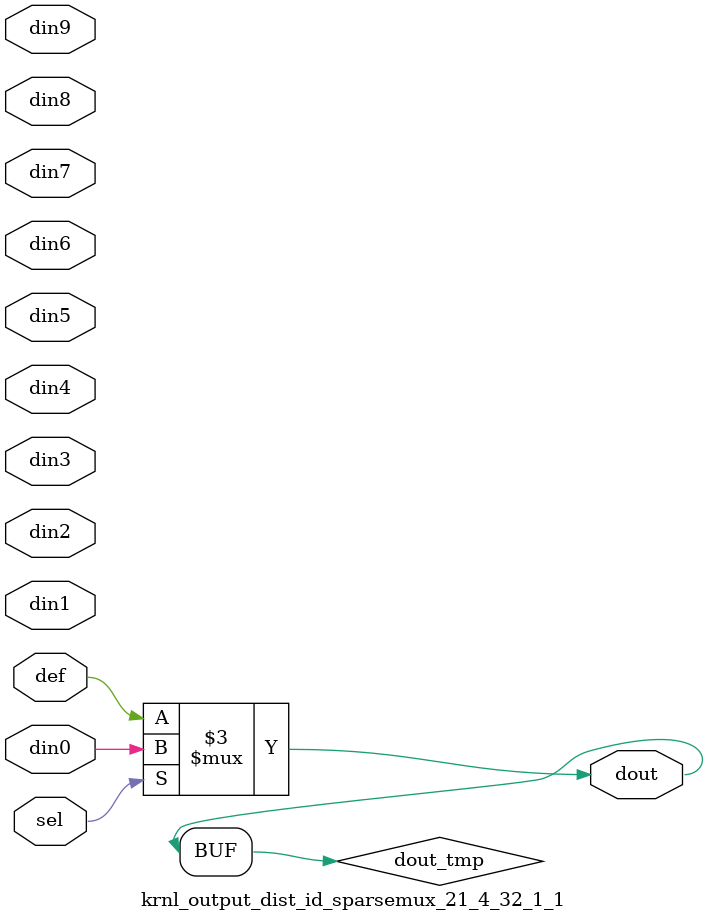
<source format=v>
`timescale 1ns / 1ps

module krnl_output_dist_id_sparsemux_21_4_32_1_1 (din0,din1,din2,din3,din4,din5,din6,din7,din8,din9,def,sel,dout);

parameter din0_WIDTH = 1;

parameter din1_WIDTH = 1;

parameter din2_WIDTH = 1;

parameter din3_WIDTH = 1;

parameter din4_WIDTH = 1;

parameter din5_WIDTH = 1;

parameter din6_WIDTH = 1;

parameter din7_WIDTH = 1;

parameter din8_WIDTH = 1;

parameter din9_WIDTH = 1;

parameter def_WIDTH = 1;
parameter sel_WIDTH = 1;
parameter dout_WIDTH = 1;

parameter [sel_WIDTH-1:0] CASE0 = 1;

parameter [sel_WIDTH-1:0] CASE1 = 1;

parameter [sel_WIDTH-1:0] CASE2 = 1;

parameter [sel_WIDTH-1:0] CASE3 = 1;

parameter [sel_WIDTH-1:0] CASE4 = 1;

parameter [sel_WIDTH-1:0] CASE5 = 1;

parameter [sel_WIDTH-1:0] CASE6 = 1;

parameter [sel_WIDTH-1:0] CASE7 = 1;

parameter [sel_WIDTH-1:0] CASE8 = 1;

parameter [sel_WIDTH-1:0] CASE9 = 1;

parameter ID = 1;
parameter NUM_STAGE = 1;



input [din0_WIDTH-1:0] din0;

input [din1_WIDTH-1:0] din1;

input [din2_WIDTH-1:0] din2;

input [din3_WIDTH-1:0] din3;

input [din4_WIDTH-1:0] din4;

input [din5_WIDTH-1:0] din5;

input [din6_WIDTH-1:0] din6;

input [din7_WIDTH-1:0] din7;

input [din8_WIDTH-1:0] din8;

input [din9_WIDTH-1:0] din9;

input [def_WIDTH-1:0] def;
input [sel_WIDTH-1:0] sel;

output [dout_WIDTH-1:0] dout;



reg [dout_WIDTH-1:0] dout_tmp;

always @ (*) begin
case (sel)
    
    CASE0 : dout_tmp = din0;
    
    CASE1 : dout_tmp = din1;
    
    CASE2 : dout_tmp = din2;
    
    CASE3 : dout_tmp = din3;
    
    CASE4 : dout_tmp = din4;
    
    CASE5 : dout_tmp = din5;
    
    CASE6 : dout_tmp = din6;
    
    CASE7 : dout_tmp = din7;
    
    CASE8 : dout_tmp = din8;
    
    CASE9 : dout_tmp = din9;
    
    default : dout_tmp = def;
endcase
end


assign dout = dout_tmp;



endmodule

</source>
